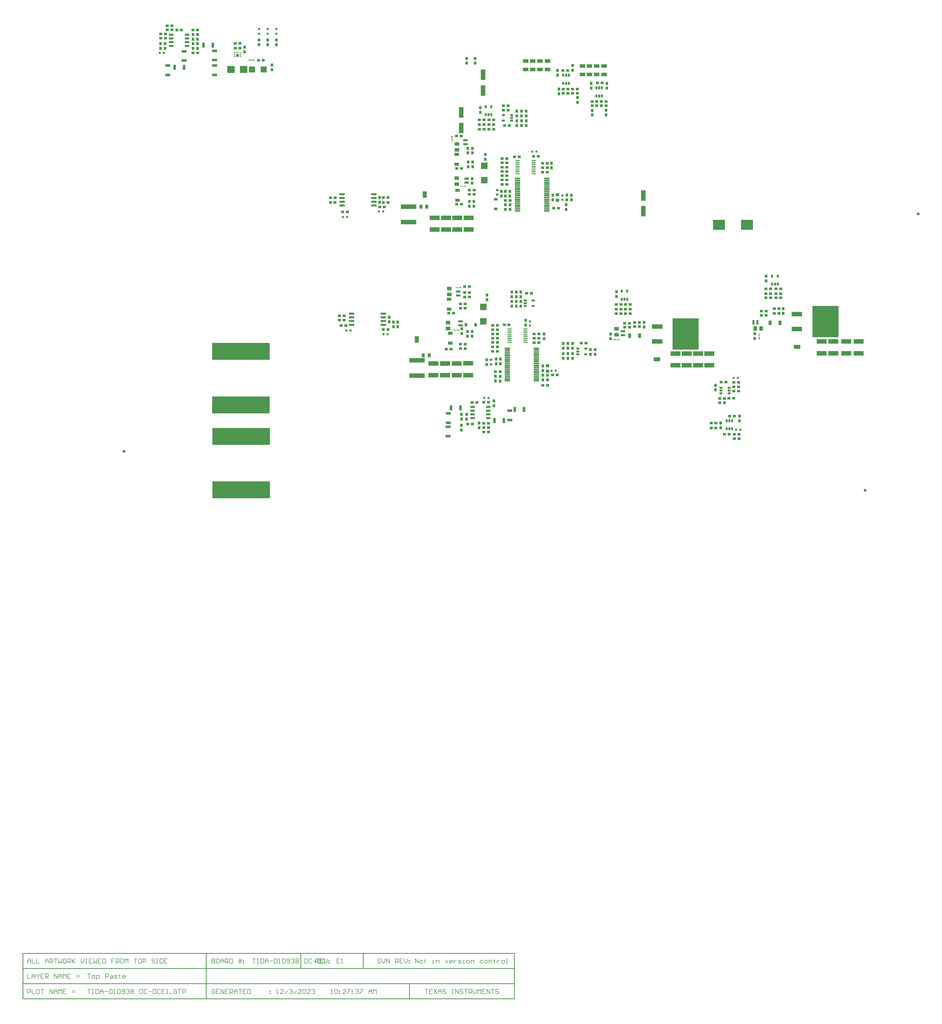
<source format=gtp>
G04*
G04 #@! TF.GenerationSoftware,Altium Limited,Altium Designer,23.1.1 (15)*
G04*
G04 Layer_Color=8421504*
%FSAX44Y44*%
%MOMM*%
G71*
G04*
G04 #@! TF.SameCoordinates,A3571568-9A21-437D-865F-2304E57EA7B7*
G04*
G04*
G04 #@! TF.FilePolarity,Positive*
G04*
G01*
G75*
%ADD22C,0.2540*%
%ADD28C,0.2032*%
%ADD29R,0.9500X1.0000*%
G04:AMPARAMS|DCode=30|XSize=10.69mm|YSize=8.89mm|CornerRadius=0.0445mm|HoleSize=0mm|Usage=FLASHONLY|Rotation=270.000|XOffset=0mm|YOffset=0mm|HoleType=Round|Shape=RoundedRectangle|*
%AMROUNDEDRECTD30*
21,1,10.6900,8.8011,0,0,270.0*
21,1,10.6011,8.8900,0,0,270.0*
1,1,0.0889,-4.4006,-5.3006*
1,1,0.0889,-4.4006,5.3006*
1,1,0.0889,4.4006,5.3006*
1,1,0.0889,4.4006,-5.3006*
%
%ADD30ROUNDEDRECTD30*%
G04:AMPARAMS|DCode=31|XSize=1.54mm|YSize=3.56mm|CornerRadius=0.0462mm|HoleSize=0mm|Usage=FLASHONLY|Rotation=270.000|XOffset=0mm|YOffset=0mm|HoleType=Round|Shape=RoundedRectangle|*
%AMROUNDEDRECTD31*
21,1,1.5400,3.4676,0,0,270.0*
21,1,1.4476,3.5600,0,0,270.0*
1,1,0.0924,-1.7338,-0.7238*
1,1,0.0924,-1.7338,0.7238*
1,1,0.0924,1.7338,0.7238*
1,1,0.0924,1.7338,-0.7238*
%
%ADD31ROUNDEDRECTD31*%
%ADD32R,0.8000X0.8000*%
G04:AMPARAMS|DCode=33|XSize=3.5mm|YSize=1.6mm|CornerRadius=0.048mm|HoleSize=0mm|Usage=FLASHONLY|Rotation=270.000|XOffset=0mm|YOffset=0mm|HoleType=Round|Shape=RoundedRectangle|*
%AMROUNDEDRECTD33*
21,1,3.5000,1.5040,0,0,270.0*
21,1,3.4040,1.6000,0,0,270.0*
1,1,0.0960,-0.7520,-1.7020*
1,1,0.0960,-0.7520,1.7020*
1,1,0.0960,0.7520,1.7020*
1,1,0.0960,0.7520,-1.7020*
%
%ADD33ROUNDEDRECTD33*%
G04:AMPARAMS|DCode=34|XSize=0.9mm|YSize=1.7mm|CornerRadius=0.0495mm|HoleSize=0mm|Usage=FLASHONLY|Rotation=180.000|XOffset=0mm|YOffset=0mm|HoleType=Round|Shape=RoundedRectangle|*
%AMROUNDEDRECTD34*
21,1,0.9000,1.6010,0,0,180.0*
21,1,0.8010,1.7000,0,0,180.0*
1,1,0.0990,-0.4005,0.8005*
1,1,0.0990,0.4005,0.8005*
1,1,0.0990,0.4005,-0.8005*
1,1,0.0990,-0.4005,-0.8005*
%
%ADD34ROUNDEDRECTD34*%
G04:AMPARAMS|DCode=35|XSize=5.75mm|YSize=19.6mm|CornerRadius=0.0575mm|HoleSize=0mm|Usage=FLASHONLY|Rotation=270.000|XOffset=0mm|YOffset=0mm|HoleType=Round|Shape=RoundedRectangle|*
%AMROUNDEDRECTD35*
21,1,5.7500,19.4850,0,0,270.0*
21,1,5.6350,19.6000,0,0,270.0*
1,1,0.1150,-9.7425,-2.8175*
1,1,0.1150,-9.7425,2.8175*
1,1,0.1150,9.7425,2.8175*
1,1,0.1150,9.7425,-2.8175*
%
%ADD35ROUNDEDRECTD35*%
%ADD36R,4.1000X3.5000*%
%ADD37R,0.9150X1.2200*%
%ADD38R,2.0000X2.0000*%
%ADD39R,2.2000X1.4000*%
G04:AMPARAMS|DCode=40|XSize=0.75mm|YSize=0.9mm|CornerRadius=0.0488mm|HoleSize=0mm|Usage=FLASHONLY|Rotation=90.000|XOffset=0mm|YOffset=0mm|HoleType=Round|Shape=RoundedRectangle|*
%AMROUNDEDRECTD40*
21,1,0.7500,0.8025,0,0,90.0*
21,1,0.6525,0.9000,0,0,90.0*
1,1,0.0975,0.4013,0.3263*
1,1,0.0975,0.4013,-0.3263*
1,1,0.0975,-0.4013,-0.3263*
1,1,0.0975,-0.4013,0.3263*
%
%ADD40ROUNDEDRECTD40*%
G04:AMPARAMS|DCode=41|XSize=2.5mm|YSize=2.3mm|CornerRadius=0.046mm|HoleSize=0mm|Usage=FLASHONLY|Rotation=0.000|XOffset=0mm|YOffset=0mm|HoleType=Round|Shape=RoundedRectangle|*
%AMROUNDEDRECTD41*
21,1,2.5000,2.2080,0,0,0.0*
21,1,2.4080,2.3000,0,0,0.0*
1,1,0.0920,1.2040,-1.1040*
1,1,0.0920,-1.2040,-1.1040*
1,1,0.0920,-1.2040,1.1040*
1,1,0.0920,1.2040,1.1040*
%
%ADD41ROUNDEDRECTD41*%
G04:AMPARAMS|DCode=42|XSize=0.65mm|YSize=1.6mm|CornerRadius=0.0488mm|HoleSize=0mm|Usage=FLASHONLY|Rotation=90.000|XOffset=0mm|YOffset=0mm|HoleType=Round|Shape=RoundedRectangle|*
%AMROUNDEDRECTD42*
21,1,0.6500,1.5025,0,0,90.0*
21,1,0.5525,1.6000,0,0,90.0*
1,1,0.0975,0.7512,0.2763*
1,1,0.0975,0.7512,-0.2763*
1,1,0.0975,-0.7512,-0.2763*
1,1,0.0975,-0.7512,0.2763*
%
%ADD42ROUNDEDRECTD42*%
G04:AMPARAMS|DCode=43|XSize=0.7mm|YSize=0.7mm|CornerRadius=0.049mm|HoleSize=0mm|Usage=FLASHONLY|Rotation=180.000|XOffset=0mm|YOffset=0mm|HoleType=Round|Shape=RoundedRectangle|*
%AMROUNDEDRECTD43*
21,1,0.7000,0.6020,0,0,180.0*
21,1,0.6020,0.7000,0,0,180.0*
1,1,0.0980,-0.3010,0.3010*
1,1,0.0980,0.3010,0.3010*
1,1,0.0980,0.3010,-0.3010*
1,1,0.0980,-0.3010,-0.3010*
%
%ADD43ROUNDEDRECTD43*%
G04:AMPARAMS|DCode=44|XSize=2.16mm|YSize=2.26mm|CornerRadius=0.054mm|HoleSize=0mm|Usage=FLASHONLY|Rotation=90.000|XOffset=0mm|YOffset=0mm|HoleType=Round|Shape=RoundedRectangle|*
%AMROUNDEDRECTD44*
21,1,2.1600,2.1520,0,0,90.0*
21,1,2.0520,2.2600,0,0,90.0*
1,1,0.1080,1.0760,1.0260*
1,1,0.1080,1.0760,-1.0260*
1,1,0.1080,-1.0760,-1.0260*
1,1,0.1080,-1.0760,1.0260*
%
%ADD44ROUNDEDRECTD44*%
G04:AMPARAMS|DCode=45|XSize=1mm|YSize=1.35mm|CornerRadius=0.05mm|HoleSize=0mm|Usage=FLASHONLY|Rotation=0.000|XOffset=0mm|YOffset=0mm|HoleType=Round|Shape=RoundedRectangle|*
%AMROUNDEDRECTD45*
21,1,1.0000,1.2500,0,0,0.0*
21,1,0.9000,1.3500,0,0,0.0*
1,1,0.1000,0.4500,-0.6250*
1,1,0.1000,-0.4500,-0.6250*
1,1,0.1000,-0.4500,0.6250*
1,1,0.1000,0.4500,0.6250*
%
%ADD45ROUNDEDRECTD45*%
G04:AMPARAMS|DCode=46|XSize=0.45mm|YSize=0.3mm|CornerRadius=0.0495mm|HoleSize=0mm|Usage=FLASHONLY|Rotation=180.000|XOffset=0mm|YOffset=0mm|HoleType=Round|Shape=RoundedRectangle|*
%AMROUNDEDRECTD46*
21,1,0.4500,0.2010,0,0,180.0*
21,1,0.3510,0.3000,0,0,180.0*
1,1,0.0990,-0.1755,0.1005*
1,1,0.0990,0.1755,0.1005*
1,1,0.0990,0.1755,-0.1005*
1,1,0.0990,-0.1755,-0.1005*
%
%ADD46ROUNDEDRECTD46*%
G04:AMPARAMS|DCode=47|XSize=0.6mm|YSize=1.8mm|CornerRadius=0.051mm|HoleSize=0mm|Usage=FLASHONLY|Rotation=270.000|XOffset=0mm|YOffset=0mm|HoleType=Round|Shape=RoundedRectangle|*
%AMROUNDEDRECTD47*
21,1,0.6000,1.6980,0,0,270.0*
21,1,0.4980,1.8000,0,0,270.0*
1,1,0.1020,-0.8490,-0.2490*
1,1,0.1020,-0.8490,0.2490*
1,1,0.1020,0.8490,0.2490*
1,1,0.1020,0.8490,-0.2490*
%
%ADD47ROUNDEDRECTD47*%
G04:AMPARAMS|DCode=48|XSize=1.85mm|YSize=0.45mm|CornerRadius=0.0495mm|HoleSize=0mm|Usage=FLASHONLY|Rotation=180.000|XOffset=0mm|YOffset=0mm|HoleType=Round|Shape=RoundedRectangle|*
%AMROUNDEDRECTD48*
21,1,1.8500,0.3510,0,0,180.0*
21,1,1.7510,0.4500,0,0,180.0*
1,1,0.0990,-0.8755,0.1755*
1,1,0.0990,0.8755,0.1755*
1,1,0.0990,0.8755,-0.1755*
1,1,0.0990,-0.8755,-0.1755*
%
%ADD48ROUNDEDRECTD48*%
G04:AMPARAMS|DCode=49|XSize=0.6mm|YSize=1mm|CornerRadius=0.051mm|HoleSize=0mm|Usage=FLASHONLY|Rotation=180.000|XOffset=0mm|YOffset=0mm|HoleType=Round|Shape=RoundedRectangle|*
%AMROUNDEDRECTD49*
21,1,0.6000,0.8980,0,0,180.0*
21,1,0.4980,1.0000,0,0,180.0*
1,1,0.1020,-0.2490,0.4490*
1,1,0.1020,0.2490,0.4490*
1,1,0.1020,0.2490,-0.4490*
1,1,0.1020,-0.2490,-0.4490*
%
%ADD49ROUNDEDRECTD49*%
%ADD50O,1.4500X0.4000*%
G04:AMPARAMS|DCode=51|XSize=1.55mm|YSize=0.6mm|CornerRadius=0.051mm|HoleSize=0mm|Usage=FLASHONLY|Rotation=180.000|XOffset=0mm|YOffset=0mm|HoleType=Round|Shape=RoundedRectangle|*
%AMROUNDEDRECTD51*
21,1,1.5500,0.4980,0,0,180.0*
21,1,1.4480,0.6000,0,0,180.0*
1,1,0.1020,-0.7240,0.2490*
1,1,0.1020,0.7240,0.2490*
1,1,0.1020,0.7240,-0.2490*
1,1,0.1020,-0.7240,-0.2490*
%
%ADD51ROUNDEDRECTD51*%
%ADD52R,5.3000X1.6000*%
%ADD53R,3.4000X1.6000*%
%ADD54R,1.6000X1.1000*%
%ADD55R,1.8500X1.3000*%
%ADD56R,1.6002X1.2700*%
G04:AMPARAMS|DCode=57|XSize=1mm|YSize=1.2mm|CornerRadius=0.055mm|HoleSize=0mm|Usage=FLASHONLY|Rotation=270.000|XOffset=0mm|YOffset=0mm|HoleType=Round|Shape=RoundedRectangle|*
%AMROUNDEDRECTD57*
21,1,1.0000,1.0900,0,0,270.0*
21,1,0.8900,1.2000,0,0,270.0*
1,1,0.1100,-0.5450,-0.4450*
1,1,0.1100,-0.5450,0.4450*
1,1,0.1100,0.5450,0.4450*
1,1,0.1100,0.5450,-0.4450*
%
%ADD57ROUNDEDRECTD57*%
%ADD58R,1.1000X1.6000*%
%ADD59R,1.0000X0.9500*%
%ADD60R,1.2700X1.6002*%
%ADD61R,1.2200X0.9150*%
G04:AMPARAMS|DCode=62|XSize=0.65mm|YSize=1.6mm|CornerRadius=0.0488mm|HoleSize=0mm|Usage=FLASHONLY|Rotation=0.000|XOffset=0mm|YOffset=0mm|HoleType=Round|Shape=RoundedRectangle|*
%AMROUNDEDRECTD62*
21,1,0.6500,1.5025,0,0,0.0*
21,1,0.5525,1.6000,0,0,0.0*
1,1,0.0975,0.2763,-0.7512*
1,1,0.0975,-0.2763,-0.7512*
1,1,0.0975,-0.2763,0.7512*
1,1,0.0975,0.2763,0.7512*
%
%ADD62ROUNDEDRECTD62*%
G04:AMPARAMS|DCode=63|XSize=0.9mm|YSize=1.7mm|CornerRadius=0.0495mm|HoleSize=0mm|Usage=FLASHONLY|Rotation=90.000|XOffset=0mm|YOffset=0mm|HoleType=Round|Shape=RoundedRectangle|*
%AMROUNDEDRECTD63*
21,1,0.9000,1.6010,0,0,90.0*
21,1,0.8010,1.7000,0,0,90.0*
1,1,0.0990,0.8005,0.4005*
1,1,0.0990,0.8005,-0.4005*
1,1,0.0990,-0.8005,-0.4005*
1,1,0.0990,-0.8005,0.4005*
%
%ADD63ROUNDEDRECTD63*%
G04:AMPARAMS|DCode=64|XSize=0.6mm|YSize=1mm|CornerRadius=0.051mm|HoleSize=0mm|Usage=FLASHONLY|Rotation=90.000|XOffset=0mm|YOffset=0mm|HoleType=Round|Shape=RoundedRectangle|*
%AMROUNDEDRECTD64*
21,1,0.6000,0.8980,0,0,90.0*
21,1,0.4980,1.0000,0,0,90.0*
1,1,0.1020,0.4490,0.2490*
1,1,0.1020,0.4490,-0.2490*
1,1,0.1020,-0.4490,-0.2490*
1,1,0.1020,-0.4490,0.2490*
%
%ADD64ROUNDEDRECTD64*%
G04:AMPARAMS|DCode=65|XSize=0.7mm|YSize=0.7mm|CornerRadius=0.049mm|HoleSize=0mm|Usage=FLASHONLY|Rotation=270.000|XOffset=0mm|YOffset=0mm|HoleType=Round|Shape=RoundedRectangle|*
%AMROUNDEDRECTD65*
21,1,0.7000,0.6020,0,0,270.0*
21,1,0.6020,0.7000,0,0,270.0*
1,1,0.0980,-0.3010,-0.3010*
1,1,0.0980,-0.3010,0.3010*
1,1,0.0980,0.3010,0.3010*
1,1,0.0980,0.3010,-0.3010*
%
%ADD65ROUNDEDRECTD65*%
%ADD66C,1.0000*%
%ADD67R,1.4000X2.2000*%
G36*
X01149636Y00595290D02*
Y00592290D01*
Y00592191D01*
X01149560Y00592007D01*
X01149419Y00591867D01*
X01149235Y00591791D01*
X01149136D01*
D01*
X01146636D01*
X01146536D01*
X01146353Y00591867D01*
X01146212Y00592007D01*
X01146136Y00592191D01*
Y00592290D01*
D01*
Y00595290D01*
Y00595390D01*
X01146212Y00595574D01*
X01146353Y00595714D01*
X01146536Y00595790D01*
X01146636D01*
D01*
X01149136D01*
X01149235D01*
X01149419Y00595714D01*
X01149560Y00595574D01*
X01149636Y00595390D01*
Y00595290D01*
D01*
D02*
G37*
G36*
X01152136Y00592290D02*
X01152136Y00595290D01*
Y00595390D01*
X01152212Y00595574D01*
X01152353Y00595714D01*
X01152536Y00595790D01*
X01152636D01*
D01*
X01155136D01*
X01155235D01*
X01155419Y00595714D01*
X01155560Y00595574D01*
X01155636Y00595390D01*
Y00595290D01*
D01*
Y00592290D01*
Y00592191D01*
X01155560Y00592007D01*
X01155419Y00591867D01*
X01155235Y00591791D01*
X01155136D01*
D01*
X01152636D01*
X01152536D01*
X01152353Y00591867D01*
X01152212Y00592007D01*
X01152136Y00592191D01*
Y00592290D01*
X01152136D01*
D02*
G37*
G36*
X01156595Y00740348D02*
Y00737348D01*
Y00737249D01*
X01156519Y00737065D01*
X01156378Y00736924D01*
X01156194Y00736848D01*
X01156095D01*
D01*
X01153595D01*
X01153495D01*
X01153311Y00736924D01*
X01153171Y00737065D01*
X01153095Y00737249D01*
Y00737348D01*
D01*
Y00740348D01*
Y00740447D01*
X01153171Y00740631D01*
X01153311Y00740772D01*
X01153495Y00740848D01*
X01153595D01*
D01*
X01156095D01*
X01156194D01*
X01156378Y00740772D01*
X01156519Y00740631D01*
X01156595Y00740447D01*
Y00740348D01*
D01*
D02*
G37*
G36*
X01139017Y01241072D02*
X01142017D01*
X01142116D01*
X01142300Y01240996D01*
X01142441Y01240856D01*
X01142517Y01240672D01*
Y01240572D01*
D01*
Y01238073D01*
Y01237973D01*
X01142441Y01237789D01*
X01142300Y01237649D01*
X01142116Y01237572D01*
X01142017D01*
D01*
X01139017D01*
X01138918D01*
X01138734Y01237649D01*
X01138593Y01237789D01*
X01138517Y01237973D01*
Y01238073D01*
D01*
Y01240572D01*
Y01240672D01*
X01138593Y01240856D01*
X01138734Y01240996D01*
X01138918Y01241072D01*
X01139017D01*
D01*
D02*
G37*
G36*
X01142017Y01243572D02*
X01139017Y01243572D01*
X01138918D01*
X01138734Y01243649D01*
X01138593Y01243789D01*
X01138517Y01243973D01*
Y01244072D01*
D01*
Y01246572D01*
Y01246672D01*
X01138593Y01246856D01*
X01138734Y01246996D01*
X01138918Y01247073D01*
X01139017D01*
D01*
X01142017D01*
X01142116D01*
X01142300Y01246996D01*
X01142441Y01246856D01*
X01142517Y01246672D01*
Y01246572D01*
D01*
Y01244072D01*
Y01243973D01*
X01142441Y01243789D01*
X01142300Y01243649D01*
X01142116Y01243572D01*
X01142017D01*
Y01243572D01*
D02*
G37*
G36*
X00404436Y01526611D02*
X00404337D01*
X00404153Y01526687D01*
X00404012Y01526828D01*
X00403936Y01527012D01*
Y01527111D01*
D01*
Y01534711D01*
Y01534810D01*
X00404012Y01534994D01*
X00404153Y01535135D01*
X00404337Y01535211D01*
X00404436D01*
D01*
X00412436D01*
X00412535D01*
X00412719Y01535135D01*
X00412860Y01534994D01*
X00412936Y01534810D01*
Y01534711D01*
D01*
Y01527111D01*
Y01527012D01*
X00412860Y01526828D01*
X00412719Y01526687D01*
X00412535Y01526611D01*
X00412436D01*
D01*
X00404436D01*
D02*
G37*
G36*
X00404486Y01539211D02*
X00404386D01*
X00404203Y01539287D01*
X00404062Y01539428D01*
X00403986Y01539612D01*
Y01539711D01*
D01*
Y01541611D01*
Y01541710D01*
X00404062Y01541894D01*
X00404203Y01542035D01*
X00404386Y01542111D01*
X00404486D01*
D01*
X00410486D01*
X00410585D01*
X00410769Y01542035D01*
X00410910Y01541894D01*
X00410986Y01541710D01*
Y01541611D01*
D01*
Y01539711D01*
Y01539612D01*
X00410910Y01539428D01*
X00410769Y01539287D01*
X00410585Y01539211D01*
X00410486D01*
D01*
X00404486D01*
D02*
G37*
G36*
X00449800Y01516500D02*
Y01513500D01*
Y01513401D01*
X00449724Y01513217D01*
X00449583Y01513076D01*
X00449399Y01513000D01*
X00449300D01*
D01*
X00446800D01*
X00446701D01*
X00446517Y01513076D01*
X00446376Y01513217D01*
X00446300Y01513401D01*
Y01513500D01*
D01*
Y01516500D01*
Y01516599D01*
X00446376Y01516783D01*
X00446517Y01516924D01*
X00446701Y01517000D01*
X00446800D01*
D01*
X00449300D01*
X00449399D01*
X00449583Y01516924D01*
X00449724Y01516783D01*
X00449800Y01516599D01*
Y01516500D01*
D01*
D02*
G37*
G36*
X00452300Y01513500D02*
X00452300Y01516500D01*
Y01516599D01*
X00452376Y01516783D01*
X00452517Y01516924D01*
X00452701Y01517000D01*
X00452800D01*
D01*
X00455300D01*
X00455400D01*
X00455583Y01516924D01*
X00455724Y01516783D01*
X00455800Y01516599D01*
Y01516500D01*
D01*
Y01513500D01*
Y01513401D01*
X00455724Y01513217D01*
X00455583Y01513076D01*
X00455400Y01513000D01*
X00455300D01*
D01*
X00452800D01*
X00452701D01*
X00452517Y01513076D01*
X00452376Y01513217D01*
X00452300Y01513401D01*
Y01513500D01*
X00452300D01*
D02*
G37*
G36*
X00464700Y01517000D02*
X00464799D01*
X00464983Y01516924D01*
X00465124Y01516783D01*
X00465200Y01516599D01*
Y01516500D01*
D01*
Y01513500D01*
Y01513401D01*
X00465124Y01513217D01*
X00464983Y01513076D01*
X00464799Y01513000D01*
X00464700D01*
D01*
X00459700D01*
X00459601D01*
X00459417Y01513076D01*
X00459276Y01513217D01*
X00459200Y01513401D01*
Y01513500D01*
D01*
Y01516500D01*
Y01516599D01*
X00459276Y01516783D01*
X00459417Y01516924D01*
X00459601Y01517000D01*
X00459700D01*
D01*
X00464700D01*
D02*
G37*
G36*
X01138517Y01255972D02*
Y01256072D01*
X01138593Y01256256D01*
X01138734Y01256396D01*
X01138918Y01256472D01*
X01139017D01*
D01*
X01142017D01*
X01142116D01*
X01142300Y01256396D01*
X01142441Y01256256D01*
X01142517Y01256072D01*
Y01255972D01*
D01*
Y01250973D01*
Y01250873D01*
X01142441Y01250689D01*
X01142300Y01250549D01*
X01142116Y01250472D01*
X01142017D01*
D01*
X01139017D01*
X01138918D01*
X01138734Y01250549D01*
X01138593Y01250689D01*
X01138517Y01250873D01*
Y01250973D01*
D01*
Y01255972D01*
D02*
G37*
G36*
X01171778Y00740772D02*
X01171919Y00740631D01*
X01171995Y00740447D01*
Y00740348D01*
Y00737348D01*
Y00737249D01*
X01171919Y00737065D01*
X01171778Y00736924D01*
X01171594Y00736848D01*
X01166395D01*
X01166211Y00736924D01*
X01166071Y00737065D01*
X01165995Y00737249D01*
Y00737348D01*
Y00740348D01*
Y00740447D01*
X01166071Y00740631D01*
X01166211Y00740772D01*
X01166395Y00740848D01*
X01171594D01*
X01171778Y00740772D01*
D02*
G37*
G36*
X01162378D02*
X01162519Y00740631D01*
X01162595Y00740447D01*
Y00740348D01*
Y00737348D01*
Y00737249D01*
X01162519Y00737065D01*
X01162378Y00736924D01*
X01162194Y00736848D01*
X01159495D01*
X01159312Y00736924D01*
X01159171Y00737065D01*
X01159095Y00737249D01*
Y00737348D01*
X01159095D01*
X01159095Y00740348D01*
Y00740447D01*
X01159171Y00740631D01*
X01159312Y00740772D01*
X01159495Y00740848D01*
X01162194D01*
X01162378Y00740772D01*
D02*
G37*
G36*
X01164819Y00595714D02*
X01164960Y00595574D01*
X01165036Y00595390D01*
Y00595290D01*
Y00592290D01*
Y00592191D01*
X01164960Y00592007D01*
X01164819Y00591867D01*
X01164635Y00591791D01*
X01159436D01*
X01159253Y00591867D01*
X01159112Y00592007D01*
X01159036Y00592191D01*
Y00592290D01*
Y00595290D01*
Y00595390D01*
X01159112Y00595574D01*
X01159253Y00595714D01*
X01159436Y00595790D01*
X01164635D01*
X01164819Y00595714D01*
D02*
G37*
G36*
X01172840Y01085759D02*
Y01082759D01*
Y01082660D01*
X01172764Y01082476D01*
X01172623Y01082335D01*
X01172439Y01082259D01*
X01172340D01*
D01*
X01169840D01*
X01169741D01*
X01169557Y01082335D01*
X01169416Y01082476D01*
X01169340Y01082660D01*
Y01082759D01*
D01*
Y01085759D01*
Y01085858D01*
X01169416Y01086042D01*
X01169557Y01086183D01*
X01169741Y01086259D01*
X01169840D01*
D01*
X01172340D01*
X01172439D01*
X01172623Y01086183D01*
X01172764Y01086042D01*
X01172840Y01085858D01*
Y01085759D01*
D01*
D02*
G37*
G36*
X01175340Y01082759D02*
X01175340Y01085759D01*
Y01085858D01*
X01175416Y01086042D01*
X01175557Y01086183D01*
X01175741Y01086259D01*
X01175840D01*
D01*
X01178340D01*
X01178439D01*
X01178623Y01086183D01*
X01178764Y01086042D01*
X01178840Y01085858D01*
Y01085759D01*
D01*
Y01082759D01*
Y01082660D01*
X01178764Y01082476D01*
X01178623Y01082335D01*
X01178439Y01082259D01*
X01178340D01*
D01*
X01175840D01*
X01175741D01*
X01175557Y01082335D01*
X01175416Y01082476D01*
X01175340Y01082660D01*
Y01082759D01*
X01175340D01*
D02*
G37*
G36*
X01187740Y01086259D02*
X01187840D01*
X01188023Y01086183D01*
X01188164Y01086042D01*
X01188240Y01085858D01*
Y01085759D01*
D01*
Y01082759D01*
Y01082660D01*
X01188164Y01082476D01*
X01188023Y01082335D01*
X01187840Y01082259D01*
X01187740D01*
D01*
X01182740D01*
X01182641D01*
X01182457Y01082335D01*
X01182316Y01082476D01*
X01182240Y01082660D01*
Y01082759D01*
D01*
Y01085759D01*
Y01085858D01*
X01182316Y01086042D01*
X01182457Y01086183D01*
X01182641Y01086259D01*
X01182740D01*
D01*
X01187740D01*
D02*
G37*
G36*
X01693814Y00559595D02*
X01693714D01*
X01693531Y00559671D01*
X01693390Y00559812D01*
X01693314Y00559995D01*
Y00560095D01*
D01*
Y00563095D01*
Y00563194D01*
X01693390Y00563378D01*
X01693531Y00563519D01*
X01693714Y00563595D01*
X01693814D01*
D01*
X01698814D01*
X01698913D01*
X01699097Y00563519D01*
X01699238Y00563378D01*
X01699314Y00563194D01*
Y00563095D01*
D01*
Y00560095D01*
Y00559995D01*
X01699238Y00559812D01*
X01699097Y00559671D01*
X01698913Y00559595D01*
X01698814D01*
D01*
X01693814D01*
D02*
G37*
G36*
X01706214Y00563095D02*
X01706214Y00560095D01*
Y00559995D01*
X01706138Y00559812D01*
X01705997Y00559671D01*
X01705813Y00559595D01*
X01705714D01*
D01*
X01703214D01*
X01703114D01*
X01702931Y00559671D01*
X01702790Y00559812D01*
X01702714Y00559995D01*
Y00560095D01*
D01*
Y00563095D01*
Y00563194D01*
X01702790Y00563378D01*
X01702931Y00563519D01*
X01703114Y00563595D01*
X01703214D01*
D01*
X01705714D01*
X01705813D01*
X01705997Y00563519D01*
X01706138Y00563378D01*
X01706214Y00563194D01*
Y00563095D01*
X01706214D01*
D02*
G37*
G36*
X01708714Y00560095D02*
Y00563095D01*
Y00563194D01*
X01708790Y00563378D01*
X01708931Y00563519D01*
X01709114Y00563595D01*
X01709214D01*
D01*
X01711714D01*
X01711813D01*
X01711997Y00563519D01*
X01712138Y00563378D01*
X01712214Y00563194D01*
Y00563095D01*
D01*
Y00560095D01*
Y00559995D01*
X01712138Y00559812D01*
X01711997Y00559671D01*
X01711813Y00559595D01*
X01711714D01*
D01*
X01709214D01*
X01709114D01*
X01708931Y00559671D01*
X01708790Y00559812D01*
X01708714Y00559995D01*
Y00560095D01*
D01*
D02*
G37*
G36*
X02191020Y00563578D02*
Y00563478D01*
X02190944Y00563294D01*
X02190804Y00563154D01*
X02190620Y00563078D01*
X02190520D01*
D01*
X02187520D01*
X02187421D01*
X02187237Y00563154D01*
X02187097Y00563294D01*
X02187020Y00563478D01*
Y00563578D01*
D01*
Y00568578D01*
Y00568677D01*
X02187097Y00568861D01*
X02187237Y00569002D01*
X02187421Y00569078D01*
X02187520D01*
D01*
X02190520D01*
X02190620D01*
X02190804Y00569002D01*
X02190944Y00568861D01*
X02191020Y00568677D01*
Y00568578D01*
D01*
Y00563578D01*
D02*
G37*
G36*
X02187520Y00575978D02*
X02190520Y00575978D01*
X02190620D01*
X02190804Y00575902D01*
X02190944Y00575761D01*
X02191020Y00575577D01*
Y00575478D01*
D01*
Y00572978D01*
Y00572878D01*
X02190944Y00572695D01*
X02190804Y00572554D01*
X02190620Y00572478D01*
X02190520D01*
D01*
X02187520D01*
X02187421D01*
X02187237Y00572554D01*
X02187097Y00572695D01*
X02187020Y00572878D01*
Y00572978D01*
D01*
Y00575478D01*
Y00575577D01*
X02187097Y00575761D01*
X02187237Y00575902D01*
X02187421Y00575978D01*
X02187520D01*
Y00575978D01*
D02*
G37*
G36*
X02190520Y00578478D02*
X02187520D01*
X02187421D01*
X02187237Y00578554D01*
X02187097Y00578694D01*
X02187020Y00578878D01*
Y00578978D01*
D01*
Y00581478D01*
Y00581577D01*
X02187097Y00581761D01*
X02187237Y00581902D01*
X02187421Y00581978D01*
X02187520D01*
D01*
X02190520D01*
X02190620D01*
X02190804Y00581902D01*
X02190944Y00581761D01*
X02191020Y00581577D01*
Y00581478D01*
D01*
Y00578978D01*
Y00578878D01*
X02190944Y00578694D01*
X02190804Y00578554D01*
X02190620Y00578478D01*
X02190520D01*
D01*
D02*
G37*
G54D22*
X00995108Y-01689560D02*
Y-01638040D01*
X00693102Y-01687909D02*
X01352740D01*
Y-01532969D01*
X00301942Y-01687909D02*
Y-01532969D01*
X-00324168Y-01687909D02*
Y-01532969D01*
X-00324041Y-01687909D02*
X00076136D01*
X-00324041D02*
Y-01532969D01*
Y-01532969D02*
X01352740D01*
X-00324168Y-01687909D02*
X00693102D01*
X-00324168Y-01636262D02*
X01352232D01*
X-00324168Y-01584616D02*
X01352740D01*
X00623760D02*
Y-01532969D01*
X00837120Y-01584616D02*
Y-01532969D01*
G54D28*
X-00103442Y-01602822D02*
X-00093285D01*
X-00098364D01*
Y-01618057D01*
X-00085668D02*
X-00080589D01*
X-00078050Y-01615518D01*
Y-01610440D01*
X-00080589Y-01607901D01*
X-00085668D01*
X-00088207Y-01610440D01*
Y-01615518D01*
X-00085668Y-01618057D01*
X-00072972Y-01623136D02*
Y-01607901D01*
X-00065354D01*
X-00062815Y-01610440D01*
Y-01615518D01*
X-00065354Y-01618057D01*
X-00072972D01*
X-00042502D02*
Y-01602822D01*
X-00034884D01*
X-00032345Y-01605361D01*
Y-01610440D01*
X-00034884Y-01612979D01*
X-00042502D01*
X-00024727Y-01607901D02*
X-00019649D01*
X-00017110Y-01610440D01*
Y-01618057D01*
X-00024727D01*
X-00027267Y-01615518D01*
X-00024727Y-01612979D01*
X-00017110D01*
X-00012032Y-01618057D02*
X-00004414D01*
X-00001875Y-01615518D01*
X-00004414Y-01612979D01*
X-00009492D01*
X-00012032Y-01610440D01*
X-00009492Y-01607901D01*
X-00001875D01*
X00005743Y-01605361D02*
Y-01607901D01*
X00003203D01*
X00008282D01*
X00005743D01*
Y-01615518D01*
X00008282Y-01618057D01*
X00023517D02*
X00018439D01*
X00015899Y-01615518D01*
Y-01610440D01*
X00018439Y-01607901D01*
X00023517D01*
X00026056Y-01610440D01*
Y-01612979D01*
X00015899D01*
X01048702Y-01655106D02*
X01058859D01*
X01053780D01*
Y-01670341D01*
X01074094Y-01655106D02*
X01063937D01*
Y-01670341D01*
X01074094D01*
X01063937Y-01662724D02*
X01069015D01*
X01079172Y-01655106D02*
X01089329Y-01670341D01*
Y-01655106D02*
X01079172Y-01670341D01*
X01094407D02*
Y-01660184D01*
X01099486Y-01655106D01*
X01104564Y-01660184D01*
Y-01670341D01*
Y-01662724D01*
X01094407D01*
X01119799Y-01657645D02*
X01117260Y-01655106D01*
X01112181D01*
X01109642Y-01657645D01*
Y-01660184D01*
X01112181Y-01662724D01*
X01117260D01*
X01119799Y-01665263D01*
Y-01667802D01*
X01117260Y-01670341D01*
X01112181D01*
X01109642Y-01667802D01*
X01140113Y-01655106D02*
X01145191D01*
X01142652D01*
Y-01670341D01*
X01140113D01*
X01145191D01*
X01152808D02*
Y-01655106D01*
X01162965Y-01670341D01*
Y-01655106D01*
X01178200Y-01657645D02*
X01175661Y-01655106D01*
X01170583D01*
X01168043Y-01657645D01*
Y-01660184D01*
X01170583Y-01662724D01*
X01175661D01*
X01178200Y-01665263D01*
Y-01667802D01*
X01175661Y-01670341D01*
X01170583D01*
X01168043Y-01667802D01*
X01183279Y-01655106D02*
X01193435D01*
X01188357D01*
Y-01670341D01*
X01198514D02*
Y-01655106D01*
X01206131D01*
X01208670Y-01657645D01*
Y-01662724D01*
X01206131Y-01665263D01*
X01198514D01*
X01203592D02*
X01208670Y-01670341D01*
X01213749Y-01655106D02*
Y-01667802D01*
X01216288Y-01670341D01*
X01221366D01*
X01223905Y-01667802D01*
Y-01655106D01*
X01228984Y-01670341D02*
Y-01655106D01*
X01234062Y-01660184D01*
X01239140Y-01655106D01*
Y-01670341D01*
X01254376Y-01655106D02*
X01244219D01*
Y-01670341D01*
X01254376D01*
X01244219Y-01662724D02*
X01249297D01*
X01259454Y-01670341D02*
Y-01655106D01*
X01269611Y-01670341D01*
Y-01655106D01*
X01274689D02*
X01284846D01*
X01279767D01*
Y-01670341D01*
X01300081Y-01657645D02*
X01297542Y-01655106D01*
X01292463D01*
X01289924Y-01657645D01*
Y-01660184D01*
X01292463Y-01662724D01*
X01297542D01*
X01300081Y-01665263D01*
Y-01667802D01*
X01297542Y-01670341D01*
X01292463D01*
X01289924Y-01667802D01*
X00727519Y-01670341D02*
X00732597D01*
X00730058D01*
Y-01655106D01*
X00727519Y-01657645D01*
X00740215D02*
X00742754Y-01655106D01*
X00747832D01*
X00750372Y-01657645D01*
Y-01667802D01*
X00747832Y-01670341D01*
X00742754D01*
X00740215Y-01667802D01*
Y-01657645D01*
X00755450Y-01660184D02*
X00757989D01*
Y-01662724D01*
X00755450D01*
Y-01660184D01*
Y-01667802D02*
X00757989D01*
Y-01670341D01*
X00755450D01*
Y-01667802D01*
X00778303Y-01670341D02*
X00768146D01*
X00778303Y-01660184D01*
Y-01657645D01*
X00775763Y-01655106D01*
X00770685D01*
X00768146Y-01657645D01*
X00783381Y-01655106D02*
X00793538D01*
Y-01657645D01*
X00783381Y-01667802D01*
Y-01670341D01*
X00798616Y-01660184D02*
X00801155D01*
Y-01662724D01*
X00798616D01*
Y-01660184D01*
Y-01667802D02*
X00801155D01*
Y-01670341D01*
X00798616D01*
Y-01667802D01*
X00811312Y-01657645D02*
X00813851Y-01655106D01*
X00818929D01*
X00821469Y-01657645D01*
Y-01660184D01*
X00818929Y-01662724D01*
X00816390D01*
X00818929D01*
X00821469Y-01665263D01*
Y-01667802D01*
X00818929Y-01670341D01*
X00813851D01*
X00811312Y-01667802D01*
X00826547Y-01655106D02*
X00836704D01*
Y-01657645D01*
X00826547Y-01667802D01*
Y-01670341D01*
X00857017D02*
Y-01660184D01*
X00862095Y-01655106D01*
X00867174Y-01660184D01*
Y-01670341D01*
Y-01662724D01*
X00857017D01*
X00872252Y-01670341D02*
Y-01655106D01*
X00877330Y-01660184D01*
X00882409Y-01655106D01*
Y-01670341D01*
X-00308039D02*
Y-01655106D01*
X-00300421D01*
X-00297882Y-01657645D01*
Y-01662724D01*
X-00300421Y-01665263D01*
X-00308039D01*
X-00292804Y-01655106D02*
Y-01670341D01*
X-00282647D01*
X-00269951Y-01655106D02*
X-00275030D01*
X-00277569Y-01657645D01*
Y-01667802D01*
X-00275030Y-01670341D01*
X-00269951D01*
X-00267412Y-01667802D01*
Y-01657645D01*
X-00269951Y-01655106D01*
X-00262334D02*
X-00252177D01*
X-00257255D01*
Y-01670341D01*
X-00231864D02*
Y-01655106D01*
X-00221707Y-01670341D01*
Y-01655106D01*
X-00216628Y-01670341D02*
Y-01660184D01*
X-00211550Y-01655106D01*
X-00206472Y-01660184D01*
Y-01670341D01*
Y-01662724D01*
X-00216628D01*
X-00201394Y-01670341D02*
Y-01655106D01*
X-00196315Y-01660184D01*
X-00191237Y-01655106D01*
Y-01670341D01*
X-00176002Y-01655106D02*
X-00186158D01*
Y-01670341D01*
X-00176002D01*
X-00186158Y-01662724D02*
X-00181080D01*
X-00155688Y-01665263D02*
X-00145532D01*
X-00155688Y-01660184D02*
X-00145532D01*
X-00308039Y-01602822D02*
Y-01618057D01*
X-00297882D01*
X-00292804D02*
Y-01607901D01*
X-00287726Y-01602822D01*
X-00282647Y-01607901D01*
Y-01618057D01*
Y-01610440D01*
X-00292804D01*
X-00277569Y-01602822D02*
Y-01605361D01*
X-00272491Y-01610440D01*
X-00267412Y-01605361D01*
Y-01602822D01*
X-00272491Y-01610440D02*
Y-01618057D01*
X-00252177Y-01602822D02*
X-00262334D01*
Y-01618057D01*
X-00252177D01*
X-00262334Y-01610440D02*
X-00257255D01*
X-00247099Y-01618057D02*
Y-01602822D01*
X-00239481D01*
X-00236942Y-01605361D01*
Y-01610440D01*
X-00239481Y-01612979D01*
X-00247099D01*
X-00242020D02*
X-00236942Y-01618057D01*
X-00216628D02*
Y-01602822D01*
X-00206472Y-01618057D01*
Y-01602822D01*
X-00201394Y-01618057D02*
Y-01607901D01*
X-00196315Y-01602822D01*
X-00191237Y-01607901D01*
Y-01618057D01*
Y-01610440D01*
X-00201394D01*
X-00186158Y-01618057D02*
Y-01602822D01*
X-00181080Y-01607901D01*
X-00176002Y-01602822D01*
Y-01618057D01*
X-00160767Y-01602822D02*
X-00170923D01*
Y-01618057D01*
X-00160767D01*
X-00170923Y-01610440D02*
X-00165845D01*
X-00140453Y-01612979D02*
X-00130296D01*
X-00140453Y-01607901D02*
X-00130296D01*
X00320992Y-01551304D02*
Y-01566539D01*
X00328610D01*
X00331149Y-01564000D01*
Y-01561461D01*
X00328610Y-01558922D01*
X00320992D01*
X00328610D01*
X00331149Y-01556383D01*
Y-01553844D01*
X00328610Y-01551304D01*
X00320992D01*
X00343845D02*
X00338766D01*
X00336227Y-01553844D01*
Y-01564000D01*
X00338766Y-01566539D01*
X00343845D01*
X00346384Y-01564000D01*
Y-01553844D01*
X00343845Y-01551304D01*
X00351462Y-01566539D02*
Y-01556383D01*
X00356540Y-01551304D01*
X00361619Y-01556383D01*
Y-01566539D01*
Y-01558922D01*
X00351462D01*
X00366697Y-01566539D02*
Y-01551304D01*
X00374315D01*
X00376854Y-01553844D01*
Y-01558922D01*
X00374315Y-01561461D01*
X00366697D01*
X00371776D02*
X00376854Y-01566539D01*
X00381932Y-01551304D02*
Y-01566539D01*
X00389550D01*
X00392089Y-01564000D01*
Y-01553844D01*
X00389550Y-01551304D01*
X00381932D01*
X00414942Y-01566539D02*
Y-01551304D01*
X00420020D02*
Y-01566539D01*
X00412402Y-01556383D02*
X00420020D01*
X00422559D01*
X00412402Y-01561461D02*
X00422559D01*
X00427637Y-01556383D02*
X00430177D01*
Y-01558922D01*
X00427637D01*
Y-01556383D01*
Y-01564000D02*
X00430177D01*
Y-01566539D01*
X00427637D01*
Y-01564000D01*
X00459549Y-01551304D02*
X00469706D01*
X00464627D01*
Y-01566539D01*
X00474784Y-01551304D02*
X00479862D01*
X00477323D01*
Y-01566539D01*
X00474784D01*
X00479862D01*
X00487480Y-01551304D02*
Y-01566539D01*
X00495098D01*
X00497637Y-01564000D01*
Y-01553844D01*
X00495098Y-01551304D01*
X00487480D01*
X00502715Y-01566539D02*
Y-01556383D01*
X00507793Y-01551304D01*
X00512872Y-01556383D01*
Y-01566539D01*
Y-01558922D01*
X00502715D01*
X00517950D02*
X00528107D01*
X00533185Y-01553844D02*
X00535724Y-01551304D01*
X00540803D01*
X00543342Y-01553844D01*
Y-01564000D01*
X00540803Y-01566539D01*
X00535724D01*
X00533185Y-01564000D01*
Y-01553844D01*
X00548420Y-01566539D02*
X00553499D01*
X00550960D01*
Y-01551304D01*
X00548420Y-01553844D01*
X00561116D02*
X00563655Y-01551304D01*
X00568734D01*
X00571273Y-01553844D01*
Y-01564000D01*
X00568734Y-01566539D01*
X00563655D01*
X00561116Y-01564000D01*
Y-01553844D01*
X00576351Y-01564000D02*
X00578890Y-01566539D01*
X00583969D01*
X00586508Y-01564000D01*
Y-01553844D01*
X00583969Y-01551304D01*
X00578890D01*
X00576351Y-01553844D01*
Y-01556383D01*
X00578890Y-01558922D01*
X00586508D01*
X00591586Y-01553844D02*
X00594126Y-01551304D01*
X00599204D01*
X00601743Y-01553844D01*
Y-01556383D01*
X00599204Y-01558922D01*
X00596665D01*
X00599204D01*
X00601743Y-01561461D01*
Y-01564000D01*
X00599204Y-01566539D01*
X00594126D01*
X00591586Y-01564000D01*
X00606821Y-01553844D02*
X00609361Y-01551304D01*
X00614439D01*
X00616978Y-01553844D01*
Y-01556383D01*
X00614439Y-01558922D01*
X00616978Y-01561461D01*
Y-01564000D01*
X00614439Y-01566539D01*
X00609361D01*
X00606821Y-01564000D01*
Y-01561461D01*
X00609361Y-01558922D01*
X00606821Y-01556383D01*
Y-01553844D01*
X00609361Y-01558922D02*
X00614439D01*
X00637291Y-01551304D02*
Y-01566539D01*
X00644909D01*
X00647448Y-01564000D01*
Y-01553844D01*
X00644909Y-01551304D01*
X00637291D01*
X00662683Y-01553844D02*
X00660144Y-01551304D01*
X00655066D01*
X00652527Y-01553844D01*
Y-01564000D01*
X00655066Y-01566539D01*
X00660144D01*
X00662683Y-01564000D01*
X00667762Y-01558922D02*
X00677918D01*
X00682997Y-01551304D02*
Y-01566539D01*
X00690614D01*
X00693154Y-01564000D01*
Y-01553844D01*
X00690614Y-01551304D01*
X00682997D01*
X00708389Y-01553844D02*
X00705849Y-01551304D01*
X00700771D01*
X00698232Y-01553844D01*
Y-01564000D01*
X00700771Y-01566539D01*
X00705849D01*
X00708389Y-01564000D01*
X00758250Y-01551304D02*
X00748093D01*
Y-01566539D01*
X00758250D01*
X00748093Y-01558922D02*
X00753171D01*
X00763328Y-01566539D02*
X00768406D01*
X00765867D01*
Y-01551304D01*
X00763328Y-01553844D01*
X-00308039Y-01566539D02*
Y-01556383D01*
X-00302961Y-01551304D01*
X-00297882Y-01556383D01*
Y-01566539D01*
Y-01558922D01*
X-00308039D01*
X-00292804Y-01551304D02*
Y-01566539D01*
X-00282647D01*
X-00277569Y-01551304D02*
Y-01566539D01*
X-00267412D01*
X-00247099D02*
Y-01556383D01*
X-00242020Y-01551304D01*
X-00236942Y-01556383D01*
Y-01566539D01*
Y-01558922D01*
X-00247099D01*
X-00231864Y-01566539D02*
Y-01551304D01*
X-00224246D01*
X-00221707Y-01553844D01*
Y-01558922D01*
X-00224246Y-01561461D01*
X-00231864D01*
X-00226785D02*
X-00221707Y-01566539D01*
X-00216628Y-01551304D02*
X-00206472D01*
X-00211550D01*
Y-01566539D01*
X-00201394Y-01551304D02*
Y-01566539D01*
X-00196315Y-01561461D01*
X-00191237Y-01566539D01*
Y-01551304D01*
X-00178541D02*
X-00183619D01*
X-00186158Y-01553844D01*
Y-01564000D01*
X-00183619Y-01566539D01*
X-00178541D01*
X-00176002Y-01564000D01*
Y-01553844D01*
X-00178541Y-01551304D01*
X-00170923Y-01566539D02*
Y-01551304D01*
X-00163306D01*
X-00160767Y-01553844D01*
Y-01558922D01*
X-00163306Y-01561461D01*
X-00170923D01*
X-00165845D02*
X-00160767Y-01566539D01*
X-00155688Y-01551304D02*
Y-01566539D01*
Y-01561461D01*
X-00145532Y-01551304D01*
X-00153149Y-01558922D01*
X-00145532Y-01566539D01*
X-00125218Y-01551304D02*
Y-01561461D01*
X-00120140Y-01566539D01*
X-00115061Y-01561461D01*
Y-01551304D01*
X-00109983D02*
X-00104905D01*
X-00107444D01*
Y-01566539D01*
X-00109983D01*
X-00104905D01*
X-00087130Y-01551304D02*
X-00097287D01*
Y-01566539D01*
X-00087130D01*
X-00097287Y-01558922D02*
X-00092209D01*
X-00082052Y-01551304D02*
Y-01566539D01*
X-00076974Y-01561461D01*
X-00071895Y-01566539D01*
Y-01551304D01*
X-00056660D02*
X-00066817D01*
Y-01566539D01*
X-00056660D01*
X-00066817Y-01558922D02*
X-00061739D01*
X-00051582Y-01551304D02*
Y-01566539D01*
X-00043964D01*
X-00041425Y-01564000D01*
Y-01553844D01*
X-00043964Y-01551304D01*
X-00051582D01*
X-00010955D02*
X-00021112D01*
Y-01558922D01*
X-00016033D01*
X-00021112D01*
Y-01566539D01*
X-00005877D02*
Y-01551304D01*
X00001741D01*
X00004280Y-01553844D01*
Y-01558922D01*
X00001741Y-01561461D01*
X-00005877D01*
X-00000798D02*
X00004280Y-01566539D01*
X00016976Y-01551304D02*
X00011897D01*
X00009358Y-01553844D01*
Y-01564000D01*
X00011897Y-01566539D01*
X00016976D01*
X00019515Y-01564000D01*
Y-01553844D01*
X00016976Y-01551304D01*
X00024593Y-01566539D02*
Y-01551304D01*
X00029672Y-01556383D01*
X00034750Y-01551304D01*
Y-01566539D01*
X00055064Y-01551304D02*
X00065220D01*
X00060142D01*
Y-01566539D01*
X00077916Y-01551304D02*
X00072838D01*
X00070299Y-01553844D01*
Y-01564000D01*
X00072838Y-01566539D01*
X00077916D01*
X00080455Y-01564000D01*
Y-01553844D01*
X00077916Y-01551304D01*
X00085534Y-01566539D02*
Y-01551304D01*
X00093151D01*
X00095690Y-01553844D01*
Y-01558922D01*
X00093151Y-01561461D01*
X00085534D01*
X00126161Y-01553844D02*
X00123621Y-01551304D01*
X00118543D01*
X00116004Y-01553844D01*
Y-01556383D01*
X00118543Y-01558922D01*
X00123621D01*
X00126161Y-01561461D01*
Y-01564000D01*
X00123621Y-01566539D01*
X00118543D01*
X00116004Y-01564000D01*
X00131239Y-01551304D02*
X00136317D01*
X00133778D01*
Y-01566539D01*
X00131239D01*
X00136317D01*
X00143935Y-01551304D02*
Y-01566539D01*
X00151552D01*
X00154092Y-01564000D01*
Y-01553844D01*
X00151552Y-01551304D01*
X00143935D01*
X00169327D02*
X00159170D01*
Y-01566539D01*
X00169327D01*
X00159170Y-01558922D02*
X00164248D01*
X00331657Y-01657645D02*
X00329118Y-01655106D01*
X00324039D01*
X00321500Y-01657645D01*
Y-01667802D01*
X00324039Y-01670341D01*
X00329118D01*
X00331657Y-01667802D01*
Y-01662724D01*
X00326578D01*
X00346892Y-01655106D02*
X00336735D01*
Y-01670341D01*
X00346892D01*
X00336735Y-01662724D02*
X00341813D01*
X00351970Y-01670341D02*
Y-01655106D01*
X00362127Y-01670341D01*
Y-01655106D01*
X00377362D02*
X00367205D01*
Y-01670341D01*
X00377362D01*
X00367205Y-01662724D02*
X00372284D01*
X00382440Y-01670341D02*
Y-01655106D01*
X00390058D01*
X00392597Y-01657645D01*
Y-01662724D01*
X00390058Y-01665263D01*
X00382440D01*
X00387519D02*
X00392597Y-01670341D01*
X00397675D02*
Y-01660184D01*
X00402754Y-01655106D01*
X00407832Y-01660184D01*
Y-01670341D01*
Y-01662724D01*
X00397675D01*
X00412910Y-01655106D02*
X00423067D01*
X00417989D01*
Y-01670341D01*
X00438302Y-01655106D02*
X00428145D01*
Y-01670341D01*
X00438302D01*
X00428145Y-01662724D02*
X00433224D01*
X00443381Y-01655106D02*
Y-01670341D01*
X00450998D01*
X00453537Y-01667802D01*
Y-01657645D01*
X00450998Y-01655106D01*
X00443381D01*
X00519556Y-01660184D02*
X00522095D01*
Y-01662724D01*
X00519556D01*
Y-01660184D01*
Y-01667802D02*
X00522095D01*
Y-01670341D01*
X00519556D01*
Y-01667802D01*
X00542353Y-01670341D02*
X00547431D01*
X00544892D01*
Y-01655106D01*
X00542353Y-01657645D01*
X00565206Y-01670341D02*
X00555049D01*
X00565206Y-01660184D01*
Y-01657645D01*
X00562666Y-01655106D01*
X00557588D01*
X00555049Y-01657645D01*
X00570284Y-01670341D02*
X00580441Y-01660184D01*
X00585519Y-01657645D02*
X00588058Y-01655106D01*
X00593137D01*
X00595676Y-01657645D01*
Y-01660184D01*
X00593137Y-01662724D01*
X00590597D01*
X00593137D01*
X00595676Y-01665263D01*
Y-01667802D01*
X00593137Y-01670341D01*
X00588058D01*
X00585519Y-01667802D01*
X00600754Y-01670341D02*
X00610911Y-01660184D01*
X00626146Y-01670341D02*
X00615989D01*
X00626146Y-01660184D01*
Y-01657645D01*
X00623607Y-01655106D01*
X00618528D01*
X00615989Y-01657645D01*
X00631224D02*
X00633764Y-01655106D01*
X00638842D01*
X00641381Y-01657645D01*
Y-01667802D01*
X00638842Y-01670341D01*
X00633764D01*
X00631224Y-01667802D01*
Y-01657645D01*
X00656616Y-01670341D02*
X00646459D01*
X00656616Y-01660184D01*
Y-01657645D01*
X00654077Y-01655106D01*
X00648998D01*
X00646459Y-01657645D01*
X00661694D02*
X00664234Y-01655106D01*
X00669312D01*
X00671851Y-01657645D01*
Y-01660184D01*
X00669312Y-01662724D01*
X00666773D01*
X00669312D01*
X00671851Y-01665263D01*
Y-01667802D01*
X00669312Y-01670341D01*
X00664234D01*
X00661694Y-01667802D01*
X-00103442Y-01655106D02*
X-00093285D01*
X-00098364D01*
Y-01670341D01*
X-00088207Y-01655106D02*
X-00083129D01*
X-00085668D01*
Y-01670341D01*
X-00088207D01*
X-00083129D01*
X-00075511Y-01655106D02*
Y-01670341D01*
X-00067894D01*
X-00065354Y-01667802D01*
Y-01657645D01*
X-00067894Y-01655106D01*
X-00075511D01*
X-00060276Y-01670341D02*
Y-01660184D01*
X-00055198Y-01655106D01*
X-00050119Y-01660184D01*
Y-01670341D01*
Y-01662724D01*
X-00060276D01*
X-00045041D02*
X-00034884D01*
X-00029806Y-01657645D02*
X-00027267Y-01655106D01*
X-00022188D01*
X-00019649Y-01657645D01*
Y-01667802D01*
X-00022188Y-01670341D01*
X-00027267D01*
X-00029806Y-01667802D01*
Y-01657645D01*
X-00014571Y-01670341D02*
X-00009492D01*
X-00012032D01*
Y-01655106D01*
X-00014571Y-01657645D01*
X-00001875D02*
X00000664Y-01655106D01*
X00005743D01*
X00008282Y-01657645D01*
Y-01667802D01*
X00005743Y-01670341D01*
X00000664D01*
X-00001875Y-01667802D01*
Y-01657645D01*
X00013360Y-01667802D02*
X00015899Y-01670341D01*
X00020978D01*
X00023517Y-01667802D01*
Y-01657645D01*
X00020978Y-01655106D01*
X00015899D01*
X00013360Y-01657645D01*
Y-01660184D01*
X00015899Y-01662724D01*
X00023517D01*
X00028595Y-01657645D02*
X00031135Y-01655106D01*
X00036213D01*
X00038752Y-01657645D01*
Y-01660184D01*
X00036213Y-01662724D01*
X00033674D01*
X00036213D01*
X00038752Y-01665263D01*
Y-01667802D01*
X00036213Y-01670341D01*
X00031135D01*
X00028595Y-01667802D01*
X00043830Y-01657645D02*
X00046370Y-01655106D01*
X00051448D01*
X00053987Y-01657645D01*
Y-01660184D01*
X00051448Y-01662724D01*
X00053987Y-01665263D01*
Y-01667802D01*
X00051448Y-01670341D01*
X00046370D01*
X00043830Y-01667802D01*
Y-01665263D01*
X00046370Y-01662724D01*
X00043830Y-01660184D01*
Y-01657645D01*
X00046370Y-01662724D02*
X00051448D01*
X00074300Y-01655106D02*
Y-01670341D01*
X00081918D01*
X00084457Y-01667802D01*
Y-01657645D01*
X00081918Y-01655106D01*
X00074300D01*
X00099692Y-01657645D02*
X00097153Y-01655106D01*
X00092075D01*
X00089536Y-01657645D01*
Y-01667802D01*
X00092075Y-01670341D01*
X00097153D01*
X00099692Y-01667802D01*
X00104771Y-01662724D02*
X00114927D01*
X00120006Y-01655106D02*
Y-01670341D01*
X00127623D01*
X00130162Y-01667802D01*
Y-01657645D01*
X00127623Y-01655106D01*
X00120006D01*
X00145398Y-01657645D02*
X00142858Y-01655106D01*
X00137780D01*
X00135241Y-01657645D01*
Y-01667802D01*
X00137780Y-01670341D01*
X00142858D01*
X00145398Y-01667802D01*
X00160633Y-01655106D02*
X00150476D01*
Y-01670341D01*
X00160633D01*
X00150476Y-01662724D02*
X00155554D01*
X00165711Y-01670341D02*
X00170789D01*
X00168250D01*
Y-01655106D01*
X00165711Y-01657645D01*
X00178407Y-01670341D02*
Y-01667802D01*
X00180946D01*
Y-01670341D01*
X00178407D01*
X00201259Y-01657645D02*
X00198720Y-01655106D01*
X00193642D01*
X00191103Y-01657645D01*
Y-01667802D01*
X00193642Y-01670341D01*
X00198720D01*
X00201259Y-01667802D01*
Y-01662724D01*
X00196181D01*
X00206338Y-01655106D02*
X00216495D01*
X00211416D01*
Y-01670341D01*
X00221573D02*
Y-01655106D01*
X00229190D01*
X00231730Y-01657645D01*
Y-01662724D01*
X00229190Y-01665263D01*
X00221573D01*
X00674052Y-01566539D02*
Y-01551304D01*
X00681670D01*
X00684209Y-01553844D01*
Y-01558922D01*
X00681670Y-01561461D01*
X00674052D01*
X00679130D02*
X00684209Y-01566539D01*
X00699444Y-01551304D02*
X00689287D01*
Y-01566539D01*
X00699444D01*
X00689287Y-01558922D02*
X00694365D01*
X00704522Y-01551304D02*
Y-01561461D01*
X00709601Y-01566539D01*
X00714679Y-01561461D01*
Y-01551304D01*
X00719757Y-01556383D02*
X00722296D01*
Y-01558922D01*
X00719757D01*
Y-01556383D01*
Y-01564000D02*
X00722296D01*
Y-01566539D01*
X00719757D01*
Y-01564000D01*
X00897061Y-01553844D02*
X00894522Y-01551304D01*
X00889443D01*
X00886904Y-01553844D01*
Y-01556383D01*
X00889443Y-01558922D01*
X00894522D01*
X00897061Y-01561461D01*
Y-01564000D01*
X00894522Y-01566539D01*
X00889443D01*
X00886904Y-01564000D01*
X00902139Y-01551304D02*
Y-01561461D01*
X00907217Y-01566539D01*
X00912296Y-01561461D01*
Y-01551304D01*
X00917374Y-01566539D02*
Y-01551304D01*
X00927531Y-01566539D01*
Y-01551304D01*
X00947844Y-01566539D02*
Y-01551304D01*
X00955462D01*
X00958001Y-01553844D01*
Y-01558922D01*
X00955462Y-01561461D01*
X00947844D01*
X00952923D02*
X00958001Y-01566539D01*
X00973236Y-01551304D02*
X00963079D01*
Y-01566539D01*
X00973236D01*
X00963079Y-01558922D02*
X00968158D01*
X00978315Y-01551304D02*
Y-01561461D01*
X00983393Y-01566539D01*
X00988471Y-01561461D01*
Y-01551304D01*
X00993549Y-01556383D02*
X00996089D01*
Y-01558922D01*
X00993549D01*
Y-01556383D01*
Y-01564000D02*
X00996089D01*
Y-01566539D01*
X00993549D01*
Y-01564000D01*
X01015428Y-01566539D02*
Y-01551304D01*
X01025585Y-01566539D01*
Y-01551304D01*
X01033202Y-01566539D02*
X01038281D01*
X01040820Y-01564000D01*
Y-01558922D01*
X01038281Y-01556383D01*
X01033202D01*
X01030663Y-01558922D01*
Y-01564000D01*
X01033202Y-01566539D01*
X01048437Y-01553844D02*
Y-01556383D01*
X01045898D01*
X01050976D01*
X01048437D01*
Y-01564000D01*
X01050976Y-01566539D01*
X01073829D02*
X01078907D01*
X01076368D01*
Y-01556383D01*
X01073829D01*
X01086525Y-01566539D02*
Y-01556383D01*
X01094143D01*
X01096682Y-01558922D01*
Y-01566539D01*
X01116995Y-01556383D02*
X01122074Y-01566539D01*
X01127152Y-01556383D01*
X01139848Y-01566539D02*
X01134769D01*
X01132230Y-01564000D01*
Y-01558922D01*
X01134769Y-01556383D01*
X01139848D01*
X01142387Y-01558922D01*
Y-01561461D01*
X01132230D01*
X01147465Y-01556383D02*
Y-01566539D01*
Y-01561461D01*
X01150005Y-01558922D01*
X01152544Y-01556383D01*
X01155083D01*
X01162700Y-01566539D02*
X01170318D01*
X01172857Y-01564000D01*
X01170318Y-01561461D01*
X01165240D01*
X01162700Y-01558922D01*
X01165240Y-01556383D01*
X01172857D01*
X01177935Y-01566539D02*
X01183014D01*
X01180475D01*
Y-01556383D01*
X01177935D01*
X01193170Y-01566539D02*
X01198249D01*
X01200788Y-01564000D01*
Y-01558922D01*
X01198249Y-01556383D01*
X01193170D01*
X01190631Y-01558922D01*
Y-01564000D01*
X01193170Y-01566539D01*
X01205866D02*
Y-01556383D01*
X01213484D01*
X01216023Y-01558922D01*
Y-01566539D01*
X01246493Y-01556383D02*
X01238876D01*
X01236337Y-01558922D01*
Y-01564000D01*
X01238876Y-01566539D01*
X01246493D01*
X01254111D02*
X01259189D01*
X01261728Y-01564000D01*
Y-01558922D01*
X01259189Y-01556383D01*
X01254111D01*
X01251572Y-01558922D01*
Y-01564000D01*
X01254111Y-01566539D01*
X01266807D02*
Y-01556383D01*
X01274424D01*
X01276963Y-01558922D01*
Y-01566539D01*
X01284581Y-01553844D02*
Y-01556383D01*
X01282042D01*
X01287120D01*
X01284581D01*
Y-01564000D01*
X01287120Y-01566539D01*
X01294738Y-01556383D02*
Y-01566539D01*
Y-01561461D01*
X01297277Y-01558922D01*
X01299816Y-01556383D01*
X01302355D01*
X01312512Y-01566539D02*
X01317590D01*
X01320129Y-01564000D01*
Y-01558922D01*
X01317590Y-01556383D01*
X01312512D01*
X01309973Y-01558922D01*
Y-01564000D01*
X01312512Y-01566539D01*
X01325208D02*
X01330286D01*
X01327747D01*
Y-01551304D01*
X01325208D01*
G54D29*
X02173278Y00565204D02*
D03*
Y00581204D02*
D03*
X01172793Y00268943D02*
D03*
Y00252943D02*
D03*
X00525888Y01482000D02*
D03*
Y01498000D02*
D03*
X01795674Y00620147D02*
D03*
Y00604147D02*
D03*
X01361427Y01307976D02*
D03*
Y01291976D02*
D03*
X01361410Y01340595D02*
D03*
Y01324595D02*
D03*
X02057504Y00260575D02*
D03*
Y00276575D02*
D03*
X02271227Y00650601D02*
D03*
Y00666601D02*
D03*
X01552011Y00532011D02*
D03*
Y00548011D02*
D03*
X01628897Y00527279D02*
D03*
Y00511279D02*
D03*
X01552028Y00513779D02*
D03*
Y00497779D02*
D03*
X01338009Y01051490D02*
D03*
Y01067490D02*
D03*
X01309226Y01051490D02*
D03*
Y01067490D02*
D03*
X01322639D02*
D03*
Y01051490D02*
D03*
X01338759Y01005671D02*
D03*
Y01021671D02*
D03*
X01484241Y01038167D02*
D03*
Y01054167D02*
D03*
X01200306Y01016650D02*
D03*
Y01032651D02*
D03*
X01530288Y01005667D02*
D03*
Y01021667D02*
D03*
X01195051Y01214200D02*
D03*
Y01198200D02*
D03*
X01195764Y01167520D02*
D03*
Y01151520D02*
D03*
X01193269Y00573065D02*
D03*
Y00589065D02*
D03*
X01291466Y00494781D02*
D03*
Y00478781D02*
D03*
X01259245Y00492569D02*
D03*
Y00476569D02*
D03*
X01305484Y00494781D02*
D03*
Y00478781D02*
D03*
X01304991Y00436083D02*
D03*
Y00420083D02*
D03*
X01450621Y00455100D02*
D03*
Y00471100D02*
D03*
X01375083Y00723436D02*
D03*
Y00707436D02*
D03*
X01450871Y00424074D02*
D03*
Y00440074D02*
D03*
X01375083Y00675185D02*
D03*
Y00691186D02*
D03*
X01392457Y00611246D02*
D03*
Y00627246D02*
D03*
X00257080Y01586583D02*
D03*
Y01602583D02*
D03*
X01190519Y00290204D02*
D03*
Y00306204D02*
D03*
X00257080Y01555453D02*
D03*
Y01571453D02*
D03*
X02039754Y00389662D02*
D03*
Y00405662D02*
D03*
X01702209Y00724811D02*
D03*
Y00708811D02*
D03*
X02212822Y00761484D02*
D03*
Y00777484D02*
D03*
X01237249Y01352527D02*
D03*
Y01336527D02*
D03*
X01393718Y01307976D02*
D03*
Y01291976D02*
D03*
X01393701Y01340614D02*
D03*
Y01324614D02*
D03*
X02122066Y00284399D02*
D03*
Y00300399D02*
D03*
X01519680Y00532011D02*
D03*
Y00548011D02*
D03*
X01613277Y00511279D02*
D03*
Y00527279D02*
D03*
X01519697Y00513779D02*
D03*
Y00497779D02*
D03*
X01253699Y01192374D02*
D03*
Y01176375D02*
D03*
X01532605Y01054374D02*
D03*
Y01038375D02*
D03*
X01547872Y01038167D02*
D03*
Y01054167D02*
D03*
X01322865Y01005667D02*
D03*
Y01021667D02*
D03*
X01215229Y01016650D02*
D03*
Y01032651D02*
D03*
X01377406Y01291976D02*
D03*
Y01307976D02*
D03*
X01210111Y01214200D02*
D03*
Y01198200D02*
D03*
X01210846Y01151520D02*
D03*
Y01167520D02*
D03*
X01260090Y00713790D02*
D03*
Y00697790D02*
D03*
X01209290Y00573065D02*
D03*
Y00589065D02*
D03*
X01466724Y00424074D02*
D03*
Y00440074D02*
D03*
X01288991Y00436333D02*
D03*
Y00420333D02*
D03*
X01377389Y01324595D02*
D03*
Y01340595D02*
D03*
X01345083Y00723436D02*
D03*
Y00707436D02*
D03*
Y00675185D02*
D03*
Y00691186D02*
D03*
X01360083Y00723436D02*
D03*
Y00707436D02*
D03*
Y00675185D02*
D03*
Y00691186D02*
D03*
X01283710Y00351554D02*
D03*
Y00335554D02*
D03*
X01615597Y01435328D02*
D03*
Y01419328D02*
D03*
X01618593Y01343797D02*
D03*
Y01327797D02*
D03*
X01666647Y01344482D02*
D03*
Y01328482D02*
D03*
X01669204Y01435328D02*
D03*
Y01419328D02*
D03*
X01500819Y01463693D02*
D03*
Y01479693D02*
D03*
X01505569Y01400504D02*
D03*
Y01416504D02*
D03*
X01569080Y01371216D02*
D03*
Y01387216D02*
D03*
X01552444Y01480693D02*
D03*
Y01496693D02*
D03*
X00272056Y01586583D02*
D03*
Y01602583D02*
D03*
X01172936Y00306204D02*
D03*
Y00290204D02*
D03*
X00272056Y01571453D02*
D03*
Y01555453D02*
D03*
X00432658Y01558911D02*
D03*
Y01542911D02*
D03*
X01233110Y00260500D02*
D03*
Y00276500D02*
D03*
X00482113Y01567752D02*
D03*
Y01583752D02*
D03*
X00541418Y01567752D02*
D03*
Y01583752D02*
D03*
X00511766Y01567752D02*
D03*
Y01583752D02*
D03*
X01479988Y01163409D02*
D03*
Y01147409D02*
D03*
X01454680Y00580559D02*
D03*
Y00564559D02*
D03*
X01535846Y00532011D02*
D03*
Y00548011D02*
D03*
X01535862Y00513779D02*
D03*
Y00497779D02*
D03*
X00893366Y01045994D02*
D03*
Y01029994D02*
D03*
X00145864Y01571453D02*
D03*
Y01555453D02*
D03*
X00161080Y01571453D02*
D03*
Y01555453D02*
D03*
X00926800Y00638295D02*
D03*
Y00622295D02*
D03*
X00955531Y00621216D02*
D03*
Y00605216D02*
D03*
X00941199Y00621216D02*
D03*
Y00605216D02*
D03*
X01219571Y01504736D02*
D03*
Y01520736D02*
D03*
X01190380D02*
D03*
Y01504736D02*
D03*
X01681314Y00564559D02*
D03*
Y00580559D02*
D03*
X01209533Y01110901D02*
D03*
Y01094901D02*
D03*
X01173689Y00598225D02*
D03*
Y00582225D02*
D03*
G54D30*
X01938437Y00580528D02*
D03*
X02415338Y00623233D02*
D03*
G54D31*
X01840787Y00555128D02*
D03*
Y00605928D02*
D03*
X02317688Y00648633D02*
D03*
Y00597833D02*
D03*
G54D32*
X00541418Y01605418D02*
D03*
Y01621418D02*
D03*
X00482113Y01605418D02*
D03*
Y01621418D02*
D03*
X00511766Y01605418D02*
D03*
Y01621418D02*
D03*
G54D33*
X01246238Y01411241D02*
D03*
Y01465241D02*
D03*
X01172198Y01282916D02*
D03*
Y01336916D02*
D03*
X01793402Y01053386D02*
D03*
Y00999386D02*
D03*
G54D34*
X00292413Y01565816D02*
D03*
X00324413D02*
D03*
X01169096Y00328054D02*
D03*
X01137096D02*
D03*
X01386471Y00323414D02*
D03*
X01354471D02*
D03*
X01317750Y00284750D02*
D03*
X01285750D02*
D03*
X00226175Y01490422D02*
D03*
X00194175D02*
D03*
G54D35*
X00420840Y00048750D02*
D03*
Y00231250D02*
D03*
X00420000Y00521250D02*
D03*
Y00338750D02*
D03*
G54D36*
X02051945Y00953479D02*
D03*
X02146945D02*
D03*
G54D37*
X01188172Y00611996D02*
D03*
X01220922D02*
D03*
G54D38*
X00457936Y01483116D02*
D03*
X00497936D02*
D03*
G54D39*
X02318567Y00536429D02*
D03*
X01840406Y00494396D02*
D03*
G54D40*
X01273907Y00492319D02*
D03*
Y00476819D02*
D03*
X01294660Y01056049D02*
D03*
Y01071549D02*
D03*
G54D41*
X00429436Y01483116D02*
D03*
X00386436D02*
D03*
G54D42*
X01161979Y00725653D02*
D03*
Y00712153D02*
D03*
X01724249Y00576345D02*
D03*
Y00589845D02*
D03*
X01190484Y01110583D02*
D03*
Y01097083D02*
D03*
X01186112Y01228255D02*
D03*
Y01241756D02*
D03*
X01169677Y00610397D02*
D03*
Y00623898D02*
D03*
G54D43*
X00920662Y00579733D02*
D03*
X00906662D02*
D03*
X02124316Y00253836D02*
D03*
X02110316D02*
D03*
X02115796Y00431079D02*
D03*
X02101796D02*
D03*
X01250750Y00361750D02*
D03*
X01264750D02*
D03*
X00905146Y00998472D02*
D03*
X00891146D02*
D03*
X01480121Y00455100D02*
D03*
X01494121D02*
D03*
X01414194Y01202443D02*
D03*
X01428194D02*
D03*
X00156865Y01540042D02*
D03*
X00142864D02*
D03*
X00768193Y00979710D02*
D03*
X00782193D02*
D03*
X00793930Y00592301D02*
D03*
X00779930D02*
D03*
G54D44*
X01247214Y00623607D02*
D03*
Y00672607D02*
D03*
X01250749Y01154745D02*
D03*
Y01105745D02*
D03*
G54D45*
X01034642Y01014717D02*
D03*
X01054642D02*
D03*
X01062819Y00507400D02*
D03*
X01042819D02*
D03*
G54D46*
X00398686Y01527661D02*
D03*
Y01534161D02*
D03*
Y01540661D02*
D03*
X00418186D02*
D03*
Y01534161D02*
D03*
Y01527661D02*
D03*
G54D47*
X00906394Y00611700D02*
D03*
Y00624400D02*
D03*
Y00637100D02*
D03*
Y00649800D02*
D03*
X00797394Y00611700D02*
D03*
Y00624400D02*
D03*
Y00637100D02*
D03*
Y00649800D02*
D03*
X00765195Y01057036D02*
D03*
Y01044336D02*
D03*
Y01031636D02*
D03*
Y01018936D02*
D03*
X00874195Y01057036D02*
D03*
Y01044336D02*
D03*
Y01031636D02*
D03*
Y01018936D02*
D03*
G54D48*
X01329116Y00421198D02*
D03*
Y00427698D02*
D03*
Y00434198D02*
D03*
Y00440698D02*
D03*
Y00447198D02*
D03*
Y00453698D02*
D03*
Y00460198D02*
D03*
Y00466698D02*
D03*
Y00473198D02*
D03*
Y00479698D02*
D03*
Y00486198D02*
D03*
Y00492698D02*
D03*
Y00499198D02*
D03*
Y00505698D02*
D03*
Y00512198D02*
D03*
Y00518698D02*
D03*
Y00525198D02*
D03*
Y00531698D02*
D03*
X01428616D02*
D03*
Y00525198D02*
D03*
Y00518698D02*
D03*
Y00512198D02*
D03*
Y00505698D02*
D03*
Y00499198D02*
D03*
Y00492698D02*
D03*
Y00486198D02*
D03*
Y00479698D02*
D03*
Y00473198D02*
D03*
Y00466698D02*
D03*
Y00460198D02*
D03*
Y00453698D02*
D03*
Y00447198D02*
D03*
Y00440698D02*
D03*
Y00434198D02*
D03*
Y00427698D02*
D03*
Y00421198D02*
D03*
X01463952Y01000667D02*
D03*
Y01007167D02*
D03*
Y01013667D02*
D03*
Y01020167D02*
D03*
Y01026667D02*
D03*
Y01033167D02*
D03*
Y01039667D02*
D03*
Y01046167D02*
D03*
Y01052667D02*
D03*
Y01059167D02*
D03*
Y01065667D02*
D03*
Y01072167D02*
D03*
Y01078667D02*
D03*
Y01085167D02*
D03*
Y01091667D02*
D03*
Y01098167D02*
D03*
Y01104667D02*
D03*
Y01111167D02*
D03*
X01364453D02*
D03*
Y01104667D02*
D03*
Y01098167D02*
D03*
Y01091667D02*
D03*
Y01085167D02*
D03*
Y01078667D02*
D03*
Y01072167D02*
D03*
Y01065667D02*
D03*
Y01059167D02*
D03*
Y01052667D02*
D03*
Y01046167D02*
D03*
Y01039667D02*
D03*
Y01033167D02*
D03*
Y01026667D02*
D03*
Y01020167D02*
D03*
Y01013667D02*
D03*
Y01007167D02*
D03*
Y01000667D02*
D03*
G54D49*
X01520300Y01435863D02*
D03*
X01529800D02*
D03*
X01539300D02*
D03*
Y01463363D02*
D03*
X01529800D02*
D03*
X01520300D02*
D03*
X01255579Y01356447D02*
D03*
X01274579D02*
D03*
Y01328947D02*
D03*
X01265079D02*
D03*
X01255579D02*
D03*
X01633011Y01420078D02*
D03*
X01642511D02*
D03*
X01652011D02*
D03*
Y01392578D02*
D03*
X01642511D02*
D03*
X01633011D02*
D03*
X02096566Y00284336D02*
D03*
X02087066D02*
D03*
X02077566D02*
D03*
Y00256836D02*
D03*
X02087066D02*
D03*
X02096566D02*
D03*
X01719348Y00699284D02*
D03*
X01728848D02*
D03*
X01738348D02*
D03*
Y00726784D02*
D03*
X01719348D02*
D03*
X02233122Y00778234D02*
D03*
X02252122D02*
D03*
Y00750734D02*
D03*
X02242622D02*
D03*
X02233122D02*
D03*
G54D50*
X01336664Y00597177D02*
D03*
Y00590827D02*
D03*
Y00584477D02*
D03*
Y00578127D02*
D03*
Y00571777D02*
D03*
Y00565427D02*
D03*
Y00559077D02*
D03*
Y00552727D02*
D03*
X01391164Y00597177D02*
D03*
Y00590827D02*
D03*
Y00584477D02*
D03*
Y00578127D02*
D03*
Y00571777D02*
D03*
Y00565427D02*
D03*
Y00559077D02*
D03*
Y00552727D02*
D03*
X01419022Y01127522D02*
D03*
Y01133872D02*
D03*
Y01140222D02*
D03*
Y01146572D02*
D03*
Y01152922D02*
D03*
Y01159272D02*
D03*
Y01165622D02*
D03*
Y01171972D02*
D03*
X01364522Y01127522D02*
D03*
Y01133872D02*
D03*
Y01140222D02*
D03*
Y01146572D02*
D03*
Y01152922D02*
D03*
Y01159272D02*
D03*
Y01165622D02*
D03*
Y01171972D02*
D03*
G54D51*
X00182281Y01563453D02*
D03*
Y01576153D02*
D03*
Y01588853D02*
D03*
Y01601553D02*
D03*
X00236281D02*
D03*
Y01588853D02*
D03*
Y01576153D02*
D03*
Y01563453D02*
D03*
X01264510Y00331454D02*
D03*
Y00318754D02*
D03*
Y00306054D02*
D03*
Y00293354D02*
D03*
X01210510D02*
D03*
Y00306054D02*
D03*
Y00318754D02*
D03*
Y00331454D02*
D03*
G54D52*
X00992314Y00962718D02*
D03*
Y01014717D02*
D03*
X01021127Y00490541D02*
D03*
Y00438541D02*
D03*
G54D53*
X01158473Y00977086D02*
D03*
Y00937086D02*
D03*
X01980273Y00513993D02*
D03*
Y00473993D02*
D03*
X01941926Y00513993D02*
D03*
Y00473993D02*
D03*
X01081199Y00937086D02*
D03*
Y00977086D02*
D03*
X01119963Y00936963D02*
D03*
Y00976963D02*
D03*
X01903579Y00473993D02*
D03*
Y00513993D02*
D03*
X02018620Y00473993D02*
D03*
Y00513993D02*
D03*
X02442312Y00514740D02*
D03*
Y00554740D02*
D03*
X02402412D02*
D03*
Y00514740D02*
D03*
X02528392D02*
D03*
Y00554740D02*
D03*
X02485766Y00514740D02*
D03*
Y00554740D02*
D03*
X01156312Y00440177D02*
D03*
Y00480177D02*
D03*
X01195722Y00440264D02*
D03*
Y00480264D02*
D03*
X01116901Y00440177D02*
D03*
Y00480177D02*
D03*
X01077490D02*
D03*
Y00440177D02*
D03*
X01197110Y00977086D02*
D03*
Y00937086D02*
D03*
G54D54*
X01130624Y00699474D02*
D03*
Y00665474D02*
D03*
X01159173Y01037124D02*
D03*
Y01071124D02*
D03*
X01156934Y01193686D02*
D03*
Y01159686D02*
D03*
X01134624Y00549240D02*
D03*
Y00583240D02*
D03*
G54D55*
X01659340Y01466193D02*
D03*
Y01495193D02*
D03*
X01392106Y01482829D02*
D03*
Y01511829D02*
D03*
X01415856Y01482829D02*
D03*
Y01511829D02*
D03*
X01440635Y01482829D02*
D03*
Y01511829D02*
D03*
X01466467Y01482829D02*
D03*
Y01511829D02*
D03*
X01585811Y01466193D02*
D03*
Y01495193D02*
D03*
X01609340Y01466193D02*
D03*
Y01495193D02*
D03*
X01634340Y01466193D02*
D03*
Y01495193D02*
D03*
G54D56*
X01131212Y00715243D02*
D03*
Y00735563D02*
D03*
X01702371Y00598005D02*
D03*
Y00577685D02*
D03*
X01157099Y01092167D02*
D03*
Y01112487D02*
D03*
X01157975Y01208589D02*
D03*
Y01228910D02*
D03*
X01126895Y00619288D02*
D03*
Y00598968D02*
D03*
G54D57*
X01466724Y00471774D02*
D03*
Y00453774D02*
D03*
X01500627Y01055167D02*
D03*
Y01037167D02*
D03*
G54D58*
X01746606Y00574595D02*
D03*
X01780606D02*
D03*
X02226162Y00618810D02*
D03*
X02260162D02*
D03*
G54D59*
X01745762Y00603120D02*
D03*
X01729762D02*
D03*
X01779506Y00605684D02*
D03*
X01763506D02*
D03*
X01332106Y01359364D02*
D03*
X01316106D02*
D03*
X00400436Y01555661D02*
D03*
X00416436D02*
D03*
X02104467Y00223570D02*
D03*
X02120468D02*
D03*
X02088127Y00300370D02*
D03*
X02104127D02*
D03*
X02212520Y00643976D02*
D03*
X02196520D02*
D03*
X02256549Y00651237D02*
D03*
X02240549D02*
D03*
X02118669Y00399930D02*
D03*
X02102668D02*
D03*
X02118668Y00415122D02*
D03*
X02102668D02*
D03*
X02070560Y00360642D02*
D03*
X02054560D02*
D03*
X01199929Y01057516D02*
D03*
X01215929D02*
D03*
X01157082Y01022939D02*
D03*
X01173082D02*
D03*
X01435342Y01187038D02*
D03*
X01419342D02*
D03*
X01353772Y01185211D02*
D03*
X01369772D02*
D03*
X01320059Y01291976D02*
D03*
X01336059D02*
D03*
X01311356Y01120903D02*
D03*
X01327356D02*
D03*
X01311356Y01165164D02*
D03*
X01327356D02*
D03*
X01465469Y01147995D02*
D03*
X01449469D02*
D03*
X01156684Y01145345D02*
D03*
X01172684D02*
D03*
X01700898Y00681548D02*
D03*
X01716898D02*
D03*
X01121375Y00529132D02*
D03*
X01137374D02*
D03*
X01185301Y00530844D02*
D03*
X01169301D02*
D03*
X01732518Y00681548D02*
D03*
X01748518D02*
D03*
X01334914Y00611996D02*
D03*
X01318914D02*
D03*
X02228072Y00734236D02*
D03*
X02212072D02*
D03*
X01249999Y01311159D02*
D03*
X01233999D02*
D03*
X01279706Y00551466D02*
D03*
X01295706D02*
D03*
X01279793Y00594975D02*
D03*
X01295793D02*
D03*
X01311356Y01135409D02*
D03*
X01327356D02*
D03*
X02246293Y00734236D02*
D03*
X02262293D02*
D03*
X01436882Y00565862D02*
D03*
X01420882D02*
D03*
X01129874Y00651733D02*
D03*
X01145874D02*
D03*
X01200185Y00721633D02*
D03*
X01184185D02*
D03*
X01266579Y01311176D02*
D03*
X01282579D02*
D03*
X01169301Y00668492D02*
D03*
X01185301D02*
D03*
X01265410Y00347704D02*
D03*
X01249410D02*
D03*
X01265410Y00276000D02*
D03*
X01249410D02*
D03*
X02104468Y00238086D02*
D03*
X02120468D02*
D03*
X01634593Y01374170D02*
D03*
X01618593D02*
D03*
X01652530Y01437219D02*
D03*
X01636530D02*
D03*
X01666011Y01373828D02*
D03*
X01650011D02*
D03*
X01534770Y01479693D02*
D03*
X01518770D02*
D03*
X01536050Y01416192D02*
D03*
X01520050D02*
D03*
X01552444Y01416497D02*
D03*
X01568444D02*
D03*
X01395520Y00719053D02*
D03*
X01411520D02*
D03*
X01745762Y00616948D02*
D03*
X01729762D02*
D03*
X01332106Y01344166D02*
D03*
X01316106D02*
D03*
X01779506Y00619397D02*
D03*
X01763506D02*
D03*
X00496068Y01514096D02*
D03*
X00480068D02*
D03*
X02025040Y00276899D02*
D03*
X02041040D02*
D03*
Y00259825D02*
D03*
X02025040D02*
D03*
X02212647Y00658727D02*
D03*
X02196647D02*
D03*
X02240549Y00666731D02*
D03*
X02256549D02*
D03*
X02075004Y00416226D02*
D03*
X02059005D02*
D03*
X02054560Y00345926D02*
D03*
X02070560D02*
D03*
X01488158Y01010126D02*
D03*
X01504158D02*
D03*
X01338759Y01036288D02*
D03*
X01322759D02*
D03*
X01199929Y01071674D02*
D03*
X01215929D02*
D03*
X01327356Y01178899D02*
D03*
X01311356D02*
D03*
X01327356Y01149814D02*
D03*
X01311356D02*
D03*
X01465591Y01132607D02*
D03*
X01449591D02*
D03*
X01327356Y01091178D02*
D03*
X01311356D02*
D03*
X01466871Y00405692D02*
D03*
X01450871D02*
D03*
X01289116Y00451968D02*
D03*
X01305116D02*
D03*
X01499871Y00440824D02*
D03*
X01483871D02*
D03*
X01169301Y00545824D02*
D03*
X01185301D02*
D03*
X01295793Y00609897D02*
D03*
X01279793D02*
D03*
X01295824Y00580537D02*
D03*
X01279824D02*
D03*
X01436882Y00551187D02*
D03*
X01420882D02*
D03*
X01279793Y00521445D02*
D03*
X01295793D02*
D03*
X01200185Y00706607D02*
D03*
X01184185D02*
D03*
X01169301Y00683186D02*
D03*
X01185301D02*
D03*
X02101560Y00360835D02*
D03*
X02085560D02*
D03*
X02118668Y00385642D02*
D03*
X02102668D02*
D03*
X00756671Y00642700D02*
D03*
X00772671D02*
D03*
X01700898Y00650086D02*
D03*
X01716898D02*
D03*
X01748518D02*
D03*
X01732518D02*
D03*
X01700898Y00665086D02*
D03*
X01716898D02*
D03*
X01748518D02*
D03*
X01732518D02*
D03*
X02212072Y00704236D02*
D03*
X02228072D02*
D03*
X01233999Y01278868D02*
D03*
X01249999D02*
D03*
X02262293Y00704236D02*
D03*
X02246293D02*
D03*
X01209610Y00346954D02*
D03*
X01225610D02*
D03*
X01282579Y01278885D02*
D03*
X01266579D02*
D03*
X02212072Y00718044D02*
D03*
X02228072D02*
D03*
X01233999Y01295180D02*
D03*
X01249999D02*
D03*
X02262293Y00718044D02*
D03*
X02246293D02*
D03*
X01282579Y01295197D02*
D03*
X01266579D02*
D03*
X01249410Y00261250D02*
D03*
X01265410D02*
D03*
X01552444Y01401578D02*
D03*
X01568444D02*
D03*
X01536050D02*
D03*
X01520050D02*
D03*
X01666011Y01359192D02*
D03*
X01650011D02*
D03*
X01618593Y01359138D02*
D03*
X01634593D02*
D03*
X00416436Y01571943D02*
D03*
X00400436D02*
D03*
X02070060Y00238086D02*
D03*
X02086060D02*
D03*
X00272330Y01617845D02*
D03*
X00256330D02*
D03*
X01210110Y00273250D02*
D03*
X01194110D02*
D03*
X00272806Y01539768D02*
D03*
X00256806D02*
D03*
X01597682Y00549259D02*
D03*
X01581682D02*
D03*
X01279706Y00566001D02*
D03*
X01295706D02*
D03*
X01327356Y01105903D02*
D03*
X01311356D02*
D03*
X01295747Y00536732D02*
D03*
X01279747D02*
D03*
X01436882Y00580537D02*
D03*
X01420882D02*
D03*
X00146614Y01604471D02*
D03*
X00162614D02*
D03*
X00217281Y01617753D02*
D03*
X00201282D02*
D03*
X00168580Y01632503D02*
D03*
X00184580D02*
D03*
X00162614Y01589833D02*
D03*
X00146614D02*
D03*
X00184580Y01618503D02*
D03*
X00168580D02*
D03*
X01465341Y01162955D02*
D03*
X01449341D02*
D03*
X00893871Y01014067D02*
D03*
X00909871D02*
D03*
X00767387Y00997217D02*
D03*
X00783387D02*
D03*
X00906394Y00596109D02*
D03*
X00922394D02*
D03*
X00762138Y00609700D02*
D03*
X00778138D02*
D03*
X00922494Y01046336D02*
D03*
X00906494D02*
D03*
Y01029439D02*
D03*
X00922494D02*
D03*
X00725575Y01045386D02*
D03*
X00741575D02*
D03*
X00725387Y01029636D02*
D03*
X00741387D02*
D03*
X00772671Y00628000D02*
D03*
X00756671D02*
D03*
X01155948Y01255972D02*
D03*
X01171948D02*
D03*
X01183688Y00742551D02*
D03*
X01199688D02*
D03*
X01249296Y00245708D02*
D03*
X01265296D02*
D03*
G54D60*
X02175564Y00599253D02*
D03*
X02195884D02*
D03*
G54D61*
X01289437Y01007374D02*
D03*
Y01040124D02*
D03*
G54D62*
X02182906Y00620674D02*
D03*
X02169406D02*
D03*
G54D63*
X01126932Y00263482D02*
D03*
Y00231483D02*
D03*
X01127656Y00309500D02*
D03*
Y00277500D02*
D03*
X01337746Y00286954D02*
D03*
Y00318954D02*
D03*
X00170114Y01496750D02*
D03*
Y01464750D02*
D03*
X00226175Y01545227D02*
D03*
Y01513227D02*
D03*
X00330000Y01496750D02*
D03*
Y01464750D02*
D03*
Y01546911D02*
D03*
Y01514911D02*
D03*
G54D64*
X02086310Y00397162D02*
D03*
Y00387662D02*
D03*
Y00378162D02*
D03*
X02058810D02*
D03*
Y00387662D02*
D03*
Y00397162D02*
D03*
X01343639Y01308345D02*
D03*
Y01317845D02*
D03*
Y01327345D02*
D03*
X01316139D02*
D03*
Y01308345D02*
D03*
X01569800Y00530279D02*
D03*
Y00520779D02*
D03*
Y00511279D02*
D03*
X01597300D02*
D03*
Y00530279D02*
D03*
X01390008Y00695127D02*
D03*
Y00685627D02*
D03*
Y00676127D02*
D03*
X01417508D02*
D03*
Y00695127D02*
D03*
G54D65*
X01517719Y01039002D02*
D03*
Y01053002D02*
D03*
X01406392Y00609746D02*
D03*
Y00623746D02*
D03*
G54D66*
X02731350Y00990000D02*
D03*
X02550000Y00047301D02*
D03*
X00021069Y00180000D02*
D03*
G54D67*
X01047331Y01056275D02*
D03*
X01020124Y00562117D02*
D03*
M02*

</source>
